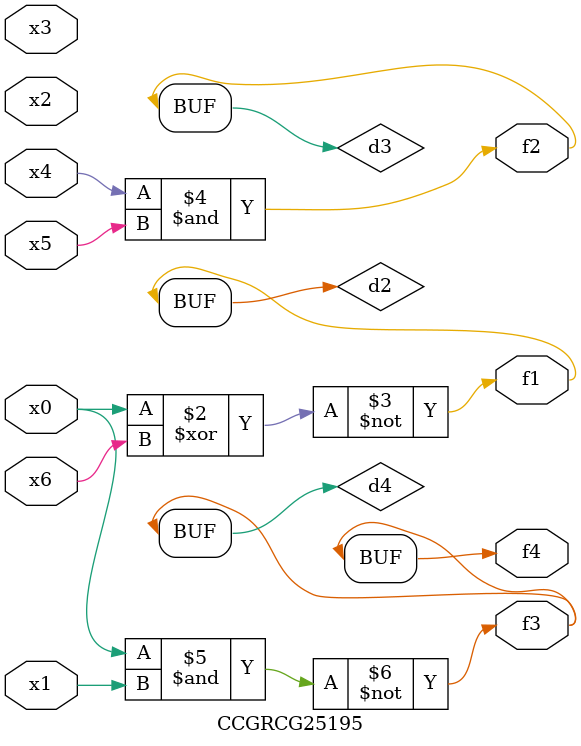
<source format=v>
module CCGRCG25195(
	input x0, x1, x2, x3, x4, x5, x6,
	output f1, f2, f3, f4
);

	wire d1, d2, d3, d4;

	nor (d1, x0);
	xnor (d2, x0, x6);
	and (d3, x4, x5);
	nand (d4, x0, x1);
	assign f1 = d2;
	assign f2 = d3;
	assign f3 = d4;
	assign f4 = d4;
endmodule

</source>
